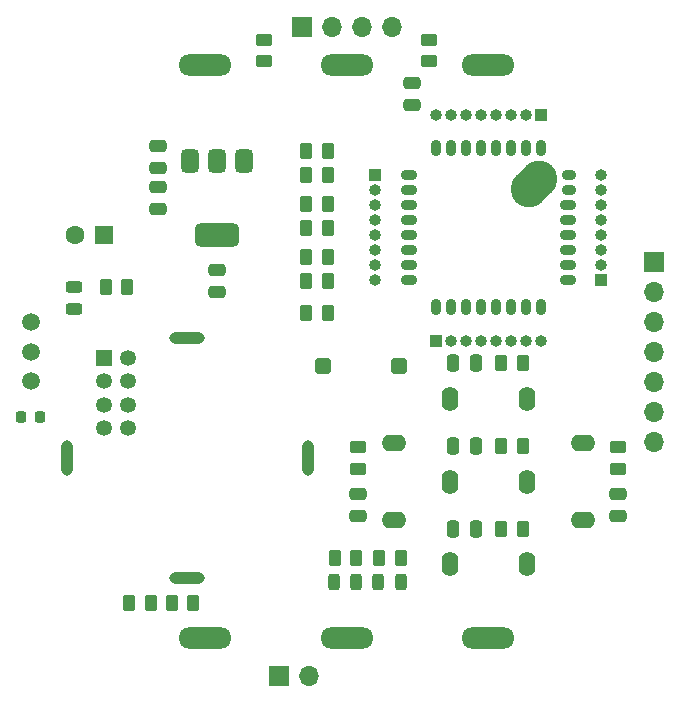
<source format=gbr>
%TF.GenerationSoftware,KiCad,Pcbnew,8.0.1*%
%TF.CreationDate,2024-08-14T10:44:39+09:00*%
%TF.ProjectId,main,6d61696e-2e6b-4696-9361-645f70636258,rev?*%
%TF.SameCoordinates,Original*%
%TF.FileFunction,Soldermask,Top*%
%TF.FilePolarity,Negative*%
%FSLAX46Y46*%
G04 Gerber Fmt 4.6, Leading zero omitted, Abs format (unit mm)*
G04 Created by KiCad (PCBNEW 8.0.1) date 2024-08-14 10:44:39*
%MOMM*%
%LPD*%
G01*
G04 APERTURE LIST*
G04 Aperture macros list*
%AMRoundRect*
0 Rectangle with rounded corners*
0 $1 Rounding radius*
0 $2 $3 $4 $5 $6 $7 $8 $9 X,Y pos of 4 corners*
0 Add a 4 corners polygon primitive as box body*
4,1,4,$2,$3,$4,$5,$6,$7,$8,$9,$2,$3,0*
0 Add four circle primitives for the rounded corners*
1,1,$1+$1,$2,$3*
1,1,$1+$1,$4,$5*
1,1,$1+$1,$6,$7*
1,1,$1+$1,$8,$9*
0 Add four rect primitives between the rounded corners*
20,1,$1+$1,$2,$3,$4,$5,0*
20,1,$1+$1,$4,$5,$6,$7,0*
20,1,$1+$1,$6,$7,$8,$9,0*
20,1,$1+$1,$8,$9,$2,$3,0*%
%AMHorizOval*
0 Thick line with rounded ends*
0 $1 width*
0 $2 $3 position (X,Y) of the first rounded end (center of the circle)*
0 $4 $5 position (X,Y) of the second rounded end (center of the circle)*
0 Add line between two ends*
20,1,$1,$2,$3,$4,$5,0*
0 Add two circle primitives to create the rounded ends*
1,1,$1,$2,$3*
1,1,$1,$4,$5*%
G04 Aperture macros list end*
%ADD10RoundRect,0.250000X-0.262500X-0.450000X0.262500X-0.450000X0.262500X0.450000X-0.262500X0.450000X0*%
%ADD11RoundRect,0.350000X-0.350000X-0.350000X0.350000X-0.350000X0.350000X0.350000X-0.350000X0.350000X0*%
%ADD12RoundRect,0.375000X-0.375000X0.625000X-0.375000X-0.625000X0.375000X-0.625000X0.375000X0.625000X0*%
%ADD13RoundRect,0.500000X-1.400000X0.500000X-1.400000X-0.500000X1.400000X-0.500000X1.400000X0.500000X0*%
%ADD14RoundRect,0.250000X0.475000X-0.250000X0.475000X0.250000X-0.475000X0.250000X-0.475000X-0.250000X0*%
%ADD15RoundRect,0.243750X-0.243750X-0.456250X0.243750X-0.456250X0.243750X0.456250X-0.243750X0.456250X0*%
%ADD16R,1.000000X1.000000*%
%ADD17O,1.000000X1.000000*%
%ADD18RoundRect,0.250000X-0.475000X0.250000X-0.475000X-0.250000X0.475000X-0.250000X0.475000X0.250000X0*%
%ADD19RoundRect,0.250000X-0.450000X0.262500X-0.450000X-0.262500X0.450000X-0.262500X0.450000X0.262500X0*%
%ADD20RoundRect,0.250000X0.262500X0.450000X-0.262500X0.450000X-0.262500X-0.450000X0.262500X-0.450000X0*%
%ADD21O,1.400000X2.100000*%
%ADD22RoundRect,0.243750X0.456250X-0.243750X0.456250X0.243750X-0.456250X0.243750X-0.456250X-0.243750X0*%
%ADD23RoundRect,0.250000X-0.250000X-0.475000X0.250000X-0.475000X0.250000X0.475000X-0.250000X0.475000X0*%
%ADD24O,2.100000X1.400000*%
%ADD25RoundRect,0.250000X0.450000X-0.262500X0.450000X0.262500X-0.450000X0.262500X-0.450000X-0.262500X0*%
%ADD26O,1.000000X3.000000*%
%ADD27O,3.000000X1.000000*%
%ADD28R,1.350000X1.350000*%
%ADD29C,1.350000*%
%ADD30R,1.700000X1.700000*%
%ADD31O,1.700000X1.700000*%
%ADD32C,1.500000*%
%ADD33HorizOval,3.100000X-0.424264X-0.424264X0.424264X0.424264X0*%
%ADD34O,0.900000X1.400000*%
%ADD35O,1.400000X0.900000*%
%ADD36O,1.200000X0.900000*%
%ADD37R,1.600000X1.600000*%
%ADD38C,1.600000*%
%ADD39O,4.500000X1.800000*%
%ADD40RoundRect,0.218750X-0.218750X-0.256250X0.218750X-0.256250X0.218750X0.256250X-0.218750X0.256250X0*%
G04 APERTURE END LIST*
D10*
%TO.C,R17*%
X2750000Y-17485155D03*
X4575000Y-17485155D03*
%TD*%
D11*
%TO.C,RST*%
X-2000000Y-1200000D03*
X4400000Y-1200000D03*
%TD*%
D12*
%TO.C,U2*%
X-8700000Y16152345D03*
X-11000000Y16152345D03*
D13*
X-11000000Y9852345D03*
D12*
X-13300000Y16152345D03*
%TD*%
D14*
%TO.C,C7*%
X1000000Y-13947655D03*
X1000000Y-12047655D03*
%TD*%
D15*
%TO.C,D3*%
X2700000Y-19485155D03*
X4575000Y-19485155D03*
%TD*%
D16*
%TO.C,J2*%
X16444999Y20065772D03*
D17*
X15174999Y20065772D03*
X13904999Y20065772D03*
X12634999Y20065772D03*
X11364999Y20065772D03*
X10094999Y20065772D03*
X8824999Y20065772D03*
X7554999Y20065772D03*
%TD*%
D18*
%TO.C,C10*%
X5499998Y22789845D03*
X5499998Y20889845D03*
%TD*%
D19*
%TO.C,R13*%
X23000000Y-8085155D03*
X23000000Y-9910155D03*
%TD*%
D20*
%TO.C,R9*%
X14912500Y-7997655D03*
X13087500Y-7997655D03*
%TD*%
D21*
%TO.C,SW1*%
X15250000Y-10997655D03*
X8750000Y-10997655D03*
%TD*%
D10*
%TO.C,R16*%
X-1000000Y-17485155D03*
X825000Y-17485155D03*
%TD*%
D22*
%TO.C,PWR*%
X-23100000Y3627345D03*
X-23100000Y5502345D03*
%TD*%
D23*
%TO.C,C8*%
X9050000Y-14997655D03*
X10950000Y-14997655D03*
%TD*%
D16*
%TO.C,J3*%
X2436572Y14947345D03*
D17*
X2436572Y13677345D03*
X2436572Y12407345D03*
X2436572Y11137345D03*
X2436572Y9867345D03*
X2436572Y8597345D03*
X2436572Y7327345D03*
X2436572Y6057345D03*
%TD*%
D10*
%TO.C,R14*%
X-3412500Y3250000D03*
X-1587500Y3250000D03*
%TD*%
D16*
%TO.C,J4*%
X7555000Y938917D03*
D17*
X8825000Y938917D03*
X10095000Y938917D03*
X11365000Y938917D03*
X12635000Y938917D03*
X13905000Y938917D03*
X15175000Y938917D03*
X16445000Y938917D03*
%TD*%
D20*
%TO.C,R5*%
X-1587500Y8002345D03*
X-3412500Y8002345D03*
%TD*%
D24*
%TO.C,SW3*%
X4000000Y-7747655D03*
X4000000Y-14247655D03*
%TD*%
D15*
%TO.C,D2*%
X-1050000Y-19485155D03*
X825000Y-19485155D03*
%TD*%
D16*
%TO.C,J5*%
X21563427Y6057345D03*
D17*
X21563427Y7327345D03*
X21563427Y8597345D03*
X21563427Y9867345D03*
X21563427Y11137345D03*
X21563427Y12407345D03*
X21563427Y13677345D03*
X21563427Y14947345D03*
%TD*%
D10*
%TO.C,R2*%
X-3412500Y15002345D03*
X-1587500Y15002345D03*
%TD*%
D21*
%TO.C,SW2*%
X15250000Y-3997655D03*
X8750000Y-3997655D03*
%TD*%
D19*
%TO.C,R11*%
X1000000Y-8085155D03*
X1000000Y-9910155D03*
%TD*%
D23*
%TO.C,C6*%
X9050000Y-997655D03*
X10950000Y-997655D03*
%TD*%
D25*
%TO.C,R7*%
X-7000000Y24589845D03*
X-7000000Y26414845D03*
%TD*%
D10*
%TO.C,R4*%
X-3412500Y10502345D03*
X-1587500Y10502345D03*
%TD*%
%TO.C,R6*%
X-3412500Y6002345D03*
X-1587500Y6002345D03*
%TD*%
D14*
%TO.C,C1*%
X-16000000Y15552345D03*
X-16000000Y17452345D03*
%TD*%
D20*
%TO.C,R1*%
X-1587500Y17002345D03*
X-3412500Y17002345D03*
%TD*%
D18*
%TO.C,C3*%
X-11000000Y6952345D03*
X-11000000Y5052345D03*
%TD*%
D26*
%TO.C,U4*%
X-23700000Y-8997655D03*
D27*
X-13500000Y1202345D03*
X-13500000Y-19197655D03*
D26*
X-3300000Y-8997655D03*
D28*
X-20500000Y-497655D03*
D29*
X-18500000Y-497655D03*
X-20500000Y-2497655D03*
X-18500000Y-2497655D03*
X-20500000Y-4497655D03*
X-18500000Y-4497655D03*
X-20500000Y-6497655D03*
X-18500000Y-6497655D03*
%TD*%
D25*
%TO.C,R8*%
X7000000Y24589845D03*
X7000000Y26414845D03*
%TD*%
D20*
%TO.C,R12*%
X14912500Y-14997655D03*
X13087500Y-14997655D03*
%TD*%
%TO.C,R3*%
X-1587500Y12502345D03*
X-3412500Y12502345D03*
%TD*%
D30*
%TO.C,J6*%
X-5750000Y-27475000D03*
D31*
X-3210000Y-27475000D03*
%TD*%
D32*
%TO.C,SW8*%
X-26700000Y-2497655D03*
X-26700000Y2345D03*
X-26700000Y2502345D03*
%TD*%
D21*
%TO.C,SW4*%
X15250000Y-17997655D03*
X8750000Y-17997655D03*
%TD*%
D30*
%TO.C,U3*%
X-3810000Y27502345D03*
D31*
X-1270000Y27502345D03*
X1270000Y27502345D03*
X3810000Y27502345D03*
%TD*%
D20*
%TO.C,R15*%
X-18587500Y5502345D03*
X-20412500Y5502345D03*
%TD*%
D24*
%TO.C,SW5*%
X20000000Y-7747655D03*
X20000000Y-14247655D03*
%TD*%
D33*
%TO.C,U1*%
X15900000Y14202345D03*
D34*
X16445000Y17237345D03*
X15175000Y17237345D03*
X13905000Y17237345D03*
X12635000Y17237345D03*
X11365000Y17237345D03*
X10095000Y17237345D03*
X8825000Y17237345D03*
X7555000Y17237345D03*
D35*
X5265000Y14947345D03*
X5265000Y13677345D03*
X5265000Y12407345D03*
X5265000Y11137345D03*
X5265000Y9867345D03*
X5265000Y8597345D03*
X5265000Y7327345D03*
X5265000Y6057345D03*
D34*
X7555000Y3767345D03*
X8825000Y3767345D03*
X10095000Y3767345D03*
X11365000Y3767345D03*
X12635000Y3767345D03*
X13905000Y3767345D03*
X15175000Y3767345D03*
X16445000Y3767345D03*
D35*
X18735000Y6057345D03*
X18735000Y7327345D03*
X18735000Y8597345D03*
X18735000Y9867345D03*
X18735000Y11137345D03*
X18735000Y12407345D03*
D36*
X18835000Y13677345D03*
X18835000Y14947345D03*
%TD*%
D30*
%TO.C,J1*%
X26000000Y7622345D03*
D31*
X26000000Y5082345D03*
X26000000Y2542345D03*
X26000000Y2345D03*
X26000000Y-2537655D03*
X26000000Y-5077655D03*
X26000000Y-7617655D03*
%TD*%
D20*
%TO.C,R10*%
X14912500Y-997655D03*
X13087500Y-997655D03*
%TD*%
D23*
%TO.C,C5*%
X9050000Y-7997655D03*
X10950000Y-7997655D03*
%TD*%
D18*
%TO.C,C2*%
X-16000000Y13952345D03*
X-16000000Y12052345D03*
%TD*%
D14*
%TO.C,C9*%
X23000000Y-13947655D03*
X23000000Y-12047655D03*
%TD*%
D37*
%TO.C,C4*%
X-20500000Y9852345D03*
D38*
X-23000000Y9852345D03*
%TD*%
D39*
%TO.C,BT2*%
X0Y-24247655D03*
X0Y24252345D03*
%TD*%
D10*
%TO.C,R19*%
X-18412500Y-21300000D03*
X-16587500Y-21300000D03*
%TD*%
D40*
%TO.C,FB1*%
X-27537500Y-5500000D03*
X-25962500Y-5500000D03*
%TD*%
D39*
%TO.C,BT1*%
X12000000Y24252345D03*
X12000000Y-24247655D03*
%TD*%
%TO.C,BT3*%
X-12000000Y24252345D03*
X-12000000Y-24247655D03*
%TD*%
D20*
%TO.C,R18*%
X-12987500Y-21300000D03*
X-14812500Y-21300000D03*
%TD*%
M02*

</source>
